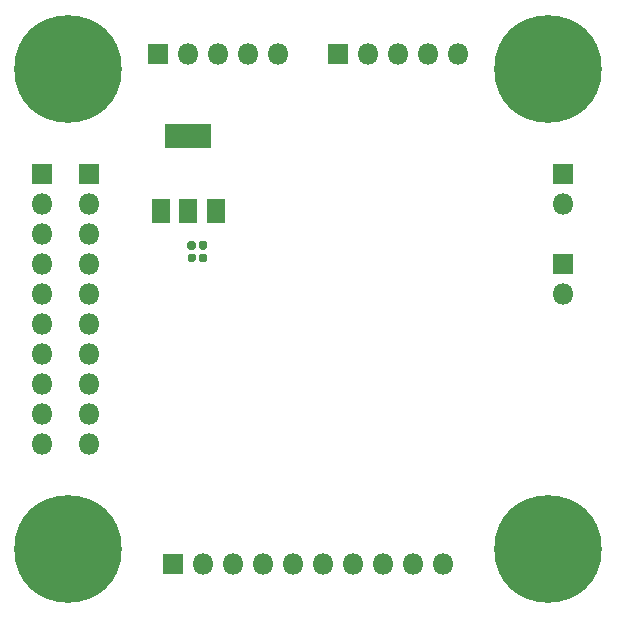
<source format=gbr>
%TF.GenerationSoftware,KiCad,Pcbnew,(5.1.6)-1*%
%TF.CreationDate,2020-08-01T22:19:46+05:30*%
%TF.ProjectId,first,66697273-742e-46b6-9963-61645f706362,rev?*%
%TF.SameCoordinates,Original*%
%TF.FileFunction,Soldermask,Bot*%
%TF.FilePolarity,Negative*%
%FSLAX46Y46*%
G04 Gerber Fmt 4.6, Leading zero omitted, Abs format (unit mm)*
G04 Created by KiCad (PCBNEW (5.1.6)-1) date 2020-08-01 22:19:46*
%MOMM*%
%LPD*%
G01*
G04 APERTURE LIST*
%ADD10O,1.800000X1.800000*%
%ADD11R,1.800000X1.800000*%
%ADD12C,1.000000*%
%ADD13C,9.100000*%
%ADD14R,3.900000X2.100000*%
%ADD15R,1.600000X2.100000*%
G04 APERTURE END LIST*
D10*
%TO.C,J3*%
X31860000Y-68250000D03*
X31860000Y-65710000D03*
X31860000Y-63170000D03*
X31860000Y-60630000D03*
X31860000Y-58090000D03*
X31860000Y-55550000D03*
X31860000Y-53010000D03*
X31860000Y-50470000D03*
X31860000Y-47930000D03*
D11*
X31860000Y-45390000D03*
%TD*%
%TO.C,C1_V1*%
G36*
G01*
X45805000Y-52292500D02*
X45805000Y-52687500D01*
G75*
G02*
X45632500Y-52860000I-172500J0D01*
G01*
X45287500Y-52860000D01*
G75*
G02*
X45115000Y-52687500I0J172500D01*
G01*
X45115000Y-52292500D01*
G75*
G02*
X45287500Y-52120000I172500J0D01*
G01*
X45632500Y-52120000D01*
G75*
G02*
X45805000Y-52292500I0J-172500D01*
G01*
G37*
G36*
G01*
X44835000Y-52292500D02*
X44835000Y-52687500D01*
G75*
G02*
X44662500Y-52860000I-172500J0D01*
G01*
X44317500Y-52860000D01*
G75*
G02*
X44145000Y-52687500I0J172500D01*
G01*
X44145000Y-52292500D01*
G75*
G02*
X44317500Y-52120000I172500J0D01*
G01*
X44662500Y-52120000D01*
G75*
G02*
X44835000Y-52292500I0J-172500D01*
G01*
G37*
%TD*%
%TO.C,C2_V1*%
G36*
G01*
X45110000Y-51617500D02*
X45110000Y-51222500D01*
G75*
G02*
X45282500Y-51050000I172500J0D01*
G01*
X45627500Y-51050000D01*
G75*
G02*
X45800000Y-51222500I0J-172500D01*
G01*
X45800000Y-51617500D01*
G75*
G02*
X45627500Y-51790000I-172500J0D01*
G01*
X45282500Y-51790000D01*
G75*
G02*
X45110000Y-51617500I0J172500D01*
G01*
G37*
G36*
G01*
X44140000Y-51617500D02*
X44140000Y-51222500D01*
G75*
G02*
X44312500Y-51050000I172500J0D01*
G01*
X44657500Y-51050000D01*
G75*
G02*
X44830000Y-51222500I0J-172500D01*
G01*
X44830000Y-51617500D01*
G75*
G02*
X44657500Y-51790000I-172500J0D01*
G01*
X44312500Y-51790000D01*
G75*
G02*
X44140000Y-51617500I0J172500D01*
G01*
G37*
%TD*%
D12*
%TO.C,H1*%
X36446485Y-34073515D03*
X34060000Y-33085000D03*
X31673515Y-34073515D03*
X30685000Y-36460000D03*
X31673515Y-38846485D03*
X34060000Y-39835000D03*
X36446485Y-38846485D03*
X37435000Y-36460000D03*
D13*
X34060000Y-36460000D03*
%TD*%
%TO.C,H2*%
X74700000Y-77100000D03*
D12*
X78075000Y-77100000D03*
X77086485Y-79486485D03*
X74700000Y-80475000D03*
X72313515Y-79486485D03*
X71325000Y-77100000D03*
X72313515Y-74713515D03*
X74700000Y-73725000D03*
X77086485Y-74713515D03*
%TD*%
%TO.C,H3*%
X36446485Y-74713515D03*
X34060000Y-73725000D03*
X31673515Y-74713515D03*
X30685000Y-77100000D03*
X31673515Y-79486485D03*
X34060000Y-80475000D03*
X36446485Y-79486485D03*
X37435000Y-77100000D03*
D13*
X34060000Y-77100000D03*
%TD*%
%TO.C,H4*%
X74700000Y-36460000D03*
D12*
X78075000Y-36460000D03*
X77086485Y-38846485D03*
X74700000Y-39835000D03*
X72313515Y-38846485D03*
X71325000Y-36460000D03*
X72313515Y-34073515D03*
X74700000Y-33085000D03*
X77086485Y-34073515D03*
%TD*%
D11*
%TO.C,J2*%
X42950000Y-78370000D03*
D10*
X45490000Y-78370000D03*
X48030000Y-78370000D03*
X50570000Y-78370000D03*
X53110000Y-78370000D03*
X55650000Y-78370000D03*
X58190000Y-78370000D03*
X60730000Y-78370000D03*
X63270000Y-78370000D03*
X65810000Y-78370000D03*
%TD*%
D11*
%TO.C,J3*%
X35810000Y-45420000D03*
D10*
X35810000Y-47960000D03*
X35810000Y-50500000D03*
X35810000Y-53040000D03*
X35810000Y-55580000D03*
X35810000Y-58120000D03*
X35810000Y-60660000D03*
X35810000Y-63200000D03*
X35810000Y-65740000D03*
X35810000Y-68280000D03*
%TD*%
%TO.C,J4*%
X51840000Y-35190000D03*
X49300000Y-35190000D03*
X46760000Y-35190000D03*
X44220000Y-35190000D03*
D11*
X41680000Y-35190000D03*
%TD*%
D10*
%TO.C,J5*%
X75970000Y-47890000D03*
D11*
X75970000Y-45350000D03*
%TD*%
%TO.C,J6*%
X75970000Y-52970000D03*
D10*
X75970000Y-55510000D03*
%TD*%
D11*
%TO.C,J7*%
X56920000Y-35190000D03*
D10*
X59460000Y-35190000D03*
X62000000Y-35190000D03*
X64540000Y-35190000D03*
X67080000Y-35190000D03*
%TD*%
D14*
%TO.C,U1*%
X44220000Y-42200000D03*
D15*
X44220000Y-48500000D03*
X41920000Y-48500000D03*
X46520000Y-48500000D03*
%TD*%
M02*

</source>
